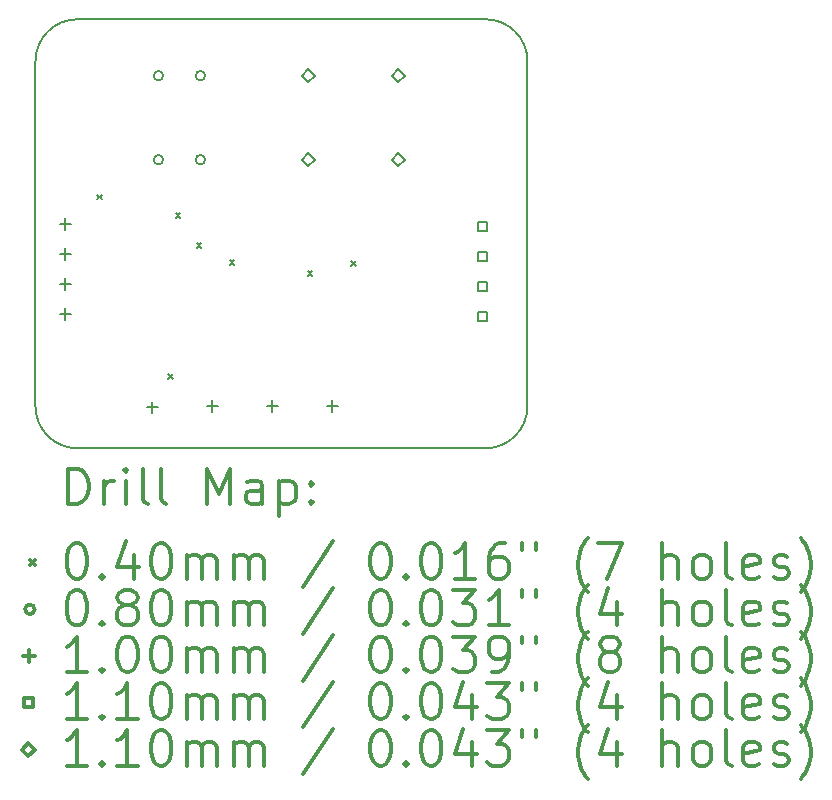
<source format=gbr>
%FSLAX45Y45*%
G04 Gerber Fmt 4.5, Leading zero omitted, Abs format (unit mm)*
G04 Created by KiCad (PCBNEW 5.0.0-fee4fd1~66~ubuntu18.04.1) date Wed Oct 10 23:27:11 2018*
%MOMM*%
%LPD*%
G01*
G04 APERTURE LIST*
%ADD10C,0.150000*%
%ADD11C,0.200000*%
%ADD12C,0.300000*%
G04 APERTURE END LIST*
D10*
X6756400Y-1803400D02*
G75*
G02X7112000Y-2159000I0J-355600D01*
G01*
X2946400Y-2159000D02*
G75*
G02X3302000Y-1803400I355600J0D01*
G01*
X3302000Y-5435600D02*
G75*
G02X2946400Y-5080000I0J355600D01*
G01*
X7112000Y-5080000D02*
G75*
G02X6756400Y-5435600I-355600J0D01*
G01*
X7112000Y-2159000D02*
X7112000Y-5080000D01*
X2946400Y-2159000D02*
X2946400Y-5080000D01*
X3302000Y-5435600D02*
X6756400Y-5435600D01*
X3302000Y-1803400D02*
X6756400Y-1803400D01*
D11*
X3466150Y-3288350D02*
X3506150Y-3328350D01*
X3506150Y-3288350D02*
X3466150Y-3328350D01*
X4069400Y-4806000D02*
X4109400Y-4846000D01*
X4109400Y-4806000D02*
X4069400Y-4846000D01*
X4132900Y-3447100D02*
X4172900Y-3487100D01*
X4172900Y-3447100D02*
X4132900Y-3487100D01*
X4310700Y-3701100D02*
X4350700Y-3741100D01*
X4350700Y-3701100D02*
X4310700Y-3741100D01*
X4590100Y-3840800D02*
X4630100Y-3880800D01*
X4630100Y-3840800D02*
X4590100Y-3880800D01*
X5250500Y-3936050D02*
X5290500Y-3976050D01*
X5290500Y-3936050D02*
X5250500Y-3976050D01*
X5618800Y-3853500D02*
X5658800Y-3893500D01*
X5658800Y-3853500D02*
X5618800Y-3893500D01*
X4027800Y-2281600D02*
G75*
G03X4027800Y-2281600I-40000J0D01*
G01*
X4382800Y-2281600D02*
G75*
G03X4382800Y-2281600I-40000J0D01*
G01*
X4027800Y-2992800D02*
G75*
G03X4027800Y-2992800I-40000J0D01*
G01*
X4382800Y-2992800D02*
G75*
G03X4382800Y-2992800I-40000J0D01*
G01*
X3200400Y-3484240D02*
X3200400Y-3584240D01*
X3150400Y-3534240D02*
X3250400Y-3534240D01*
X3200400Y-3738240D02*
X3200400Y-3838240D01*
X3150400Y-3788240D02*
X3250400Y-3788240D01*
X3200400Y-3992240D02*
X3200400Y-4092240D01*
X3150400Y-4042240D02*
X3250400Y-4042240D01*
X3200400Y-4246240D02*
X3200400Y-4346240D01*
X3150400Y-4296240D02*
X3250400Y-4296240D01*
X4953000Y-5030000D02*
X4953000Y-5130000D01*
X4903000Y-5080000D02*
X5003000Y-5080000D01*
X3937000Y-5039780D02*
X3937000Y-5139780D01*
X3887000Y-5089780D02*
X3987000Y-5089780D01*
X4445000Y-5030000D02*
X4445000Y-5130000D01*
X4395000Y-5080000D02*
X4495000Y-5080000D01*
X5461000Y-5030000D02*
X5461000Y-5130000D01*
X5411000Y-5080000D02*
X5511000Y-5080000D01*
X6769795Y-3594795D02*
X6769795Y-3517205D01*
X6692205Y-3517205D01*
X6692205Y-3594795D01*
X6769795Y-3594795D01*
X6769795Y-3848795D02*
X6769795Y-3771205D01*
X6692205Y-3771205D01*
X6692205Y-3848795D01*
X6769795Y-3848795D01*
X6769795Y-4102795D02*
X6769795Y-4025205D01*
X6692205Y-4025205D01*
X6692205Y-4102795D01*
X6769795Y-4102795D01*
X6769795Y-4356795D02*
X6769795Y-4279205D01*
X6692205Y-4279205D01*
X6692205Y-4356795D01*
X6769795Y-4356795D01*
X5257800Y-2336600D02*
X5312800Y-2281600D01*
X5257800Y-2226600D01*
X5202800Y-2281600D01*
X5257800Y-2336600D01*
X6019800Y-2336600D02*
X6074800Y-2281600D01*
X6019800Y-2226600D01*
X5964800Y-2281600D01*
X6019800Y-2336600D01*
X5257800Y-3047800D02*
X5312800Y-2992800D01*
X5257800Y-2937800D01*
X5202800Y-2992800D01*
X5257800Y-3047800D01*
X6019800Y-3047800D02*
X6074800Y-2992800D01*
X6019800Y-2937800D01*
X5964800Y-2992800D01*
X6019800Y-3047800D01*
D12*
X3225328Y-5908814D02*
X3225328Y-5608814D01*
X3296757Y-5608814D01*
X3339614Y-5623100D01*
X3368186Y-5651671D01*
X3382471Y-5680243D01*
X3396757Y-5737386D01*
X3396757Y-5780243D01*
X3382471Y-5837386D01*
X3368186Y-5865957D01*
X3339614Y-5894529D01*
X3296757Y-5908814D01*
X3225328Y-5908814D01*
X3525328Y-5908814D02*
X3525328Y-5708814D01*
X3525328Y-5765957D02*
X3539614Y-5737386D01*
X3553900Y-5723100D01*
X3582471Y-5708814D01*
X3611043Y-5708814D01*
X3711043Y-5908814D02*
X3711043Y-5708814D01*
X3711043Y-5608814D02*
X3696757Y-5623100D01*
X3711043Y-5637386D01*
X3725328Y-5623100D01*
X3711043Y-5608814D01*
X3711043Y-5637386D01*
X3896757Y-5908814D02*
X3868186Y-5894529D01*
X3853900Y-5865957D01*
X3853900Y-5608814D01*
X4053900Y-5908814D02*
X4025328Y-5894529D01*
X4011043Y-5865957D01*
X4011043Y-5608814D01*
X4396757Y-5908814D02*
X4396757Y-5608814D01*
X4496757Y-5823100D01*
X4596757Y-5608814D01*
X4596757Y-5908814D01*
X4868186Y-5908814D02*
X4868186Y-5751671D01*
X4853900Y-5723100D01*
X4825328Y-5708814D01*
X4768186Y-5708814D01*
X4739614Y-5723100D01*
X4868186Y-5894529D02*
X4839614Y-5908814D01*
X4768186Y-5908814D01*
X4739614Y-5894529D01*
X4725328Y-5865957D01*
X4725328Y-5837386D01*
X4739614Y-5808814D01*
X4768186Y-5794529D01*
X4839614Y-5794529D01*
X4868186Y-5780243D01*
X5011043Y-5708814D02*
X5011043Y-6008814D01*
X5011043Y-5723100D02*
X5039614Y-5708814D01*
X5096757Y-5708814D01*
X5125328Y-5723100D01*
X5139614Y-5737386D01*
X5153900Y-5765957D01*
X5153900Y-5851671D01*
X5139614Y-5880243D01*
X5125328Y-5894529D01*
X5096757Y-5908814D01*
X5039614Y-5908814D01*
X5011043Y-5894529D01*
X5282471Y-5880243D02*
X5296757Y-5894529D01*
X5282471Y-5908814D01*
X5268186Y-5894529D01*
X5282471Y-5880243D01*
X5282471Y-5908814D01*
X5282471Y-5723100D02*
X5296757Y-5737386D01*
X5282471Y-5751671D01*
X5268186Y-5737386D01*
X5282471Y-5723100D01*
X5282471Y-5751671D01*
X2898900Y-6383100D02*
X2938900Y-6423100D01*
X2938900Y-6383100D02*
X2898900Y-6423100D01*
X3282471Y-6238814D02*
X3311043Y-6238814D01*
X3339614Y-6253100D01*
X3353900Y-6267386D01*
X3368186Y-6295957D01*
X3382471Y-6353100D01*
X3382471Y-6424529D01*
X3368186Y-6481671D01*
X3353900Y-6510243D01*
X3339614Y-6524529D01*
X3311043Y-6538814D01*
X3282471Y-6538814D01*
X3253900Y-6524529D01*
X3239614Y-6510243D01*
X3225328Y-6481671D01*
X3211043Y-6424529D01*
X3211043Y-6353100D01*
X3225328Y-6295957D01*
X3239614Y-6267386D01*
X3253900Y-6253100D01*
X3282471Y-6238814D01*
X3511043Y-6510243D02*
X3525328Y-6524529D01*
X3511043Y-6538814D01*
X3496757Y-6524529D01*
X3511043Y-6510243D01*
X3511043Y-6538814D01*
X3782471Y-6338814D02*
X3782471Y-6538814D01*
X3711043Y-6224529D02*
X3639614Y-6438814D01*
X3825328Y-6438814D01*
X3996757Y-6238814D02*
X4025328Y-6238814D01*
X4053900Y-6253100D01*
X4068186Y-6267386D01*
X4082471Y-6295957D01*
X4096757Y-6353100D01*
X4096757Y-6424529D01*
X4082471Y-6481671D01*
X4068186Y-6510243D01*
X4053900Y-6524529D01*
X4025328Y-6538814D01*
X3996757Y-6538814D01*
X3968186Y-6524529D01*
X3953900Y-6510243D01*
X3939614Y-6481671D01*
X3925328Y-6424529D01*
X3925328Y-6353100D01*
X3939614Y-6295957D01*
X3953900Y-6267386D01*
X3968186Y-6253100D01*
X3996757Y-6238814D01*
X4225328Y-6538814D02*
X4225328Y-6338814D01*
X4225328Y-6367386D02*
X4239614Y-6353100D01*
X4268186Y-6338814D01*
X4311043Y-6338814D01*
X4339614Y-6353100D01*
X4353900Y-6381671D01*
X4353900Y-6538814D01*
X4353900Y-6381671D02*
X4368186Y-6353100D01*
X4396757Y-6338814D01*
X4439614Y-6338814D01*
X4468186Y-6353100D01*
X4482471Y-6381671D01*
X4482471Y-6538814D01*
X4625328Y-6538814D02*
X4625328Y-6338814D01*
X4625328Y-6367386D02*
X4639614Y-6353100D01*
X4668186Y-6338814D01*
X4711043Y-6338814D01*
X4739614Y-6353100D01*
X4753900Y-6381671D01*
X4753900Y-6538814D01*
X4753900Y-6381671D02*
X4768186Y-6353100D01*
X4796757Y-6338814D01*
X4839614Y-6338814D01*
X4868186Y-6353100D01*
X4882471Y-6381671D01*
X4882471Y-6538814D01*
X5468186Y-6224529D02*
X5211043Y-6610243D01*
X5853900Y-6238814D02*
X5882471Y-6238814D01*
X5911043Y-6253100D01*
X5925328Y-6267386D01*
X5939614Y-6295957D01*
X5953900Y-6353100D01*
X5953900Y-6424529D01*
X5939614Y-6481671D01*
X5925328Y-6510243D01*
X5911043Y-6524529D01*
X5882471Y-6538814D01*
X5853900Y-6538814D01*
X5825328Y-6524529D01*
X5811043Y-6510243D01*
X5796757Y-6481671D01*
X5782471Y-6424529D01*
X5782471Y-6353100D01*
X5796757Y-6295957D01*
X5811043Y-6267386D01*
X5825328Y-6253100D01*
X5853900Y-6238814D01*
X6082471Y-6510243D02*
X6096757Y-6524529D01*
X6082471Y-6538814D01*
X6068186Y-6524529D01*
X6082471Y-6510243D01*
X6082471Y-6538814D01*
X6282471Y-6238814D02*
X6311043Y-6238814D01*
X6339614Y-6253100D01*
X6353900Y-6267386D01*
X6368186Y-6295957D01*
X6382471Y-6353100D01*
X6382471Y-6424529D01*
X6368186Y-6481671D01*
X6353900Y-6510243D01*
X6339614Y-6524529D01*
X6311043Y-6538814D01*
X6282471Y-6538814D01*
X6253900Y-6524529D01*
X6239614Y-6510243D01*
X6225328Y-6481671D01*
X6211043Y-6424529D01*
X6211043Y-6353100D01*
X6225328Y-6295957D01*
X6239614Y-6267386D01*
X6253900Y-6253100D01*
X6282471Y-6238814D01*
X6668186Y-6538814D02*
X6496757Y-6538814D01*
X6582471Y-6538814D02*
X6582471Y-6238814D01*
X6553900Y-6281671D01*
X6525328Y-6310243D01*
X6496757Y-6324529D01*
X6925328Y-6238814D02*
X6868186Y-6238814D01*
X6839614Y-6253100D01*
X6825328Y-6267386D01*
X6796757Y-6310243D01*
X6782471Y-6367386D01*
X6782471Y-6481671D01*
X6796757Y-6510243D01*
X6811043Y-6524529D01*
X6839614Y-6538814D01*
X6896757Y-6538814D01*
X6925328Y-6524529D01*
X6939614Y-6510243D01*
X6953900Y-6481671D01*
X6953900Y-6410243D01*
X6939614Y-6381671D01*
X6925328Y-6367386D01*
X6896757Y-6353100D01*
X6839614Y-6353100D01*
X6811043Y-6367386D01*
X6796757Y-6381671D01*
X6782471Y-6410243D01*
X7068186Y-6238814D02*
X7068186Y-6295957D01*
X7182471Y-6238814D02*
X7182471Y-6295957D01*
X7625328Y-6653100D02*
X7611043Y-6638814D01*
X7582471Y-6595957D01*
X7568186Y-6567386D01*
X7553900Y-6524529D01*
X7539614Y-6453100D01*
X7539614Y-6395957D01*
X7553900Y-6324529D01*
X7568186Y-6281671D01*
X7582471Y-6253100D01*
X7611043Y-6210243D01*
X7625328Y-6195957D01*
X7711043Y-6238814D02*
X7911043Y-6238814D01*
X7782471Y-6538814D01*
X8253900Y-6538814D02*
X8253900Y-6238814D01*
X8382471Y-6538814D02*
X8382471Y-6381671D01*
X8368186Y-6353100D01*
X8339614Y-6338814D01*
X8296757Y-6338814D01*
X8268186Y-6353100D01*
X8253900Y-6367386D01*
X8568186Y-6538814D02*
X8539614Y-6524529D01*
X8525328Y-6510243D01*
X8511043Y-6481671D01*
X8511043Y-6395957D01*
X8525328Y-6367386D01*
X8539614Y-6353100D01*
X8568186Y-6338814D01*
X8611043Y-6338814D01*
X8639614Y-6353100D01*
X8653900Y-6367386D01*
X8668186Y-6395957D01*
X8668186Y-6481671D01*
X8653900Y-6510243D01*
X8639614Y-6524529D01*
X8611043Y-6538814D01*
X8568186Y-6538814D01*
X8839614Y-6538814D02*
X8811043Y-6524529D01*
X8796757Y-6495957D01*
X8796757Y-6238814D01*
X9068186Y-6524529D02*
X9039614Y-6538814D01*
X8982471Y-6538814D01*
X8953900Y-6524529D01*
X8939614Y-6495957D01*
X8939614Y-6381671D01*
X8953900Y-6353100D01*
X8982471Y-6338814D01*
X9039614Y-6338814D01*
X9068186Y-6353100D01*
X9082471Y-6381671D01*
X9082471Y-6410243D01*
X8939614Y-6438814D01*
X9196757Y-6524529D02*
X9225328Y-6538814D01*
X9282471Y-6538814D01*
X9311043Y-6524529D01*
X9325328Y-6495957D01*
X9325328Y-6481671D01*
X9311043Y-6453100D01*
X9282471Y-6438814D01*
X9239614Y-6438814D01*
X9211043Y-6424529D01*
X9196757Y-6395957D01*
X9196757Y-6381671D01*
X9211043Y-6353100D01*
X9239614Y-6338814D01*
X9282471Y-6338814D01*
X9311043Y-6353100D01*
X9425328Y-6653100D02*
X9439614Y-6638814D01*
X9468186Y-6595957D01*
X9482471Y-6567386D01*
X9496757Y-6524529D01*
X9511043Y-6453100D01*
X9511043Y-6395957D01*
X9496757Y-6324529D01*
X9482471Y-6281671D01*
X9468186Y-6253100D01*
X9439614Y-6210243D01*
X9425328Y-6195957D01*
X2938900Y-6799100D02*
G75*
G03X2938900Y-6799100I-40000J0D01*
G01*
X3282471Y-6634814D02*
X3311043Y-6634814D01*
X3339614Y-6649100D01*
X3353900Y-6663386D01*
X3368186Y-6691957D01*
X3382471Y-6749100D01*
X3382471Y-6820529D01*
X3368186Y-6877671D01*
X3353900Y-6906243D01*
X3339614Y-6920529D01*
X3311043Y-6934814D01*
X3282471Y-6934814D01*
X3253900Y-6920529D01*
X3239614Y-6906243D01*
X3225328Y-6877671D01*
X3211043Y-6820529D01*
X3211043Y-6749100D01*
X3225328Y-6691957D01*
X3239614Y-6663386D01*
X3253900Y-6649100D01*
X3282471Y-6634814D01*
X3511043Y-6906243D02*
X3525328Y-6920529D01*
X3511043Y-6934814D01*
X3496757Y-6920529D01*
X3511043Y-6906243D01*
X3511043Y-6934814D01*
X3696757Y-6763386D02*
X3668186Y-6749100D01*
X3653900Y-6734814D01*
X3639614Y-6706243D01*
X3639614Y-6691957D01*
X3653900Y-6663386D01*
X3668186Y-6649100D01*
X3696757Y-6634814D01*
X3753900Y-6634814D01*
X3782471Y-6649100D01*
X3796757Y-6663386D01*
X3811043Y-6691957D01*
X3811043Y-6706243D01*
X3796757Y-6734814D01*
X3782471Y-6749100D01*
X3753900Y-6763386D01*
X3696757Y-6763386D01*
X3668186Y-6777671D01*
X3653900Y-6791957D01*
X3639614Y-6820529D01*
X3639614Y-6877671D01*
X3653900Y-6906243D01*
X3668186Y-6920529D01*
X3696757Y-6934814D01*
X3753900Y-6934814D01*
X3782471Y-6920529D01*
X3796757Y-6906243D01*
X3811043Y-6877671D01*
X3811043Y-6820529D01*
X3796757Y-6791957D01*
X3782471Y-6777671D01*
X3753900Y-6763386D01*
X3996757Y-6634814D02*
X4025328Y-6634814D01*
X4053900Y-6649100D01*
X4068186Y-6663386D01*
X4082471Y-6691957D01*
X4096757Y-6749100D01*
X4096757Y-6820529D01*
X4082471Y-6877671D01*
X4068186Y-6906243D01*
X4053900Y-6920529D01*
X4025328Y-6934814D01*
X3996757Y-6934814D01*
X3968186Y-6920529D01*
X3953900Y-6906243D01*
X3939614Y-6877671D01*
X3925328Y-6820529D01*
X3925328Y-6749100D01*
X3939614Y-6691957D01*
X3953900Y-6663386D01*
X3968186Y-6649100D01*
X3996757Y-6634814D01*
X4225328Y-6934814D02*
X4225328Y-6734814D01*
X4225328Y-6763386D02*
X4239614Y-6749100D01*
X4268186Y-6734814D01*
X4311043Y-6734814D01*
X4339614Y-6749100D01*
X4353900Y-6777671D01*
X4353900Y-6934814D01*
X4353900Y-6777671D02*
X4368186Y-6749100D01*
X4396757Y-6734814D01*
X4439614Y-6734814D01*
X4468186Y-6749100D01*
X4482471Y-6777671D01*
X4482471Y-6934814D01*
X4625328Y-6934814D02*
X4625328Y-6734814D01*
X4625328Y-6763386D02*
X4639614Y-6749100D01*
X4668186Y-6734814D01*
X4711043Y-6734814D01*
X4739614Y-6749100D01*
X4753900Y-6777671D01*
X4753900Y-6934814D01*
X4753900Y-6777671D02*
X4768186Y-6749100D01*
X4796757Y-6734814D01*
X4839614Y-6734814D01*
X4868186Y-6749100D01*
X4882471Y-6777671D01*
X4882471Y-6934814D01*
X5468186Y-6620529D02*
X5211043Y-7006243D01*
X5853900Y-6634814D02*
X5882471Y-6634814D01*
X5911043Y-6649100D01*
X5925328Y-6663386D01*
X5939614Y-6691957D01*
X5953900Y-6749100D01*
X5953900Y-6820529D01*
X5939614Y-6877671D01*
X5925328Y-6906243D01*
X5911043Y-6920529D01*
X5882471Y-6934814D01*
X5853900Y-6934814D01*
X5825328Y-6920529D01*
X5811043Y-6906243D01*
X5796757Y-6877671D01*
X5782471Y-6820529D01*
X5782471Y-6749100D01*
X5796757Y-6691957D01*
X5811043Y-6663386D01*
X5825328Y-6649100D01*
X5853900Y-6634814D01*
X6082471Y-6906243D02*
X6096757Y-6920529D01*
X6082471Y-6934814D01*
X6068186Y-6920529D01*
X6082471Y-6906243D01*
X6082471Y-6934814D01*
X6282471Y-6634814D02*
X6311043Y-6634814D01*
X6339614Y-6649100D01*
X6353900Y-6663386D01*
X6368186Y-6691957D01*
X6382471Y-6749100D01*
X6382471Y-6820529D01*
X6368186Y-6877671D01*
X6353900Y-6906243D01*
X6339614Y-6920529D01*
X6311043Y-6934814D01*
X6282471Y-6934814D01*
X6253900Y-6920529D01*
X6239614Y-6906243D01*
X6225328Y-6877671D01*
X6211043Y-6820529D01*
X6211043Y-6749100D01*
X6225328Y-6691957D01*
X6239614Y-6663386D01*
X6253900Y-6649100D01*
X6282471Y-6634814D01*
X6482471Y-6634814D02*
X6668186Y-6634814D01*
X6568186Y-6749100D01*
X6611043Y-6749100D01*
X6639614Y-6763386D01*
X6653900Y-6777671D01*
X6668186Y-6806243D01*
X6668186Y-6877671D01*
X6653900Y-6906243D01*
X6639614Y-6920529D01*
X6611043Y-6934814D01*
X6525328Y-6934814D01*
X6496757Y-6920529D01*
X6482471Y-6906243D01*
X6953900Y-6934814D02*
X6782471Y-6934814D01*
X6868186Y-6934814D02*
X6868186Y-6634814D01*
X6839614Y-6677671D01*
X6811043Y-6706243D01*
X6782471Y-6720529D01*
X7068186Y-6634814D02*
X7068186Y-6691957D01*
X7182471Y-6634814D02*
X7182471Y-6691957D01*
X7625328Y-7049100D02*
X7611043Y-7034814D01*
X7582471Y-6991957D01*
X7568186Y-6963386D01*
X7553900Y-6920529D01*
X7539614Y-6849100D01*
X7539614Y-6791957D01*
X7553900Y-6720529D01*
X7568186Y-6677671D01*
X7582471Y-6649100D01*
X7611043Y-6606243D01*
X7625328Y-6591957D01*
X7868186Y-6734814D02*
X7868186Y-6934814D01*
X7796757Y-6620529D02*
X7725328Y-6834814D01*
X7911043Y-6834814D01*
X8253900Y-6934814D02*
X8253900Y-6634814D01*
X8382471Y-6934814D02*
X8382471Y-6777671D01*
X8368186Y-6749100D01*
X8339614Y-6734814D01*
X8296757Y-6734814D01*
X8268186Y-6749100D01*
X8253900Y-6763386D01*
X8568186Y-6934814D02*
X8539614Y-6920529D01*
X8525328Y-6906243D01*
X8511043Y-6877671D01*
X8511043Y-6791957D01*
X8525328Y-6763386D01*
X8539614Y-6749100D01*
X8568186Y-6734814D01*
X8611043Y-6734814D01*
X8639614Y-6749100D01*
X8653900Y-6763386D01*
X8668186Y-6791957D01*
X8668186Y-6877671D01*
X8653900Y-6906243D01*
X8639614Y-6920529D01*
X8611043Y-6934814D01*
X8568186Y-6934814D01*
X8839614Y-6934814D02*
X8811043Y-6920529D01*
X8796757Y-6891957D01*
X8796757Y-6634814D01*
X9068186Y-6920529D02*
X9039614Y-6934814D01*
X8982471Y-6934814D01*
X8953900Y-6920529D01*
X8939614Y-6891957D01*
X8939614Y-6777671D01*
X8953900Y-6749100D01*
X8982471Y-6734814D01*
X9039614Y-6734814D01*
X9068186Y-6749100D01*
X9082471Y-6777671D01*
X9082471Y-6806243D01*
X8939614Y-6834814D01*
X9196757Y-6920529D02*
X9225328Y-6934814D01*
X9282471Y-6934814D01*
X9311043Y-6920529D01*
X9325328Y-6891957D01*
X9325328Y-6877671D01*
X9311043Y-6849100D01*
X9282471Y-6834814D01*
X9239614Y-6834814D01*
X9211043Y-6820529D01*
X9196757Y-6791957D01*
X9196757Y-6777671D01*
X9211043Y-6749100D01*
X9239614Y-6734814D01*
X9282471Y-6734814D01*
X9311043Y-6749100D01*
X9425328Y-7049100D02*
X9439614Y-7034814D01*
X9468186Y-6991957D01*
X9482471Y-6963386D01*
X9496757Y-6920529D01*
X9511043Y-6849100D01*
X9511043Y-6791957D01*
X9496757Y-6720529D01*
X9482471Y-6677671D01*
X9468186Y-6649100D01*
X9439614Y-6606243D01*
X9425328Y-6591957D01*
X2888900Y-7145100D02*
X2888900Y-7245100D01*
X2838900Y-7195100D02*
X2938900Y-7195100D01*
X3382471Y-7330814D02*
X3211043Y-7330814D01*
X3296757Y-7330814D02*
X3296757Y-7030814D01*
X3268186Y-7073671D01*
X3239614Y-7102243D01*
X3211043Y-7116529D01*
X3511043Y-7302243D02*
X3525328Y-7316529D01*
X3511043Y-7330814D01*
X3496757Y-7316529D01*
X3511043Y-7302243D01*
X3511043Y-7330814D01*
X3711043Y-7030814D02*
X3739614Y-7030814D01*
X3768186Y-7045100D01*
X3782471Y-7059386D01*
X3796757Y-7087957D01*
X3811043Y-7145100D01*
X3811043Y-7216529D01*
X3796757Y-7273671D01*
X3782471Y-7302243D01*
X3768186Y-7316529D01*
X3739614Y-7330814D01*
X3711043Y-7330814D01*
X3682471Y-7316529D01*
X3668186Y-7302243D01*
X3653900Y-7273671D01*
X3639614Y-7216529D01*
X3639614Y-7145100D01*
X3653900Y-7087957D01*
X3668186Y-7059386D01*
X3682471Y-7045100D01*
X3711043Y-7030814D01*
X3996757Y-7030814D02*
X4025328Y-7030814D01*
X4053900Y-7045100D01*
X4068186Y-7059386D01*
X4082471Y-7087957D01*
X4096757Y-7145100D01*
X4096757Y-7216529D01*
X4082471Y-7273671D01*
X4068186Y-7302243D01*
X4053900Y-7316529D01*
X4025328Y-7330814D01*
X3996757Y-7330814D01*
X3968186Y-7316529D01*
X3953900Y-7302243D01*
X3939614Y-7273671D01*
X3925328Y-7216529D01*
X3925328Y-7145100D01*
X3939614Y-7087957D01*
X3953900Y-7059386D01*
X3968186Y-7045100D01*
X3996757Y-7030814D01*
X4225328Y-7330814D02*
X4225328Y-7130814D01*
X4225328Y-7159386D02*
X4239614Y-7145100D01*
X4268186Y-7130814D01*
X4311043Y-7130814D01*
X4339614Y-7145100D01*
X4353900Y-7173671D01*
X4353900Y-7330814D01*
X4353900Y-7173671D02*
X4368186Y-7145100D01*
X4396757Y-7130814D01*
X4439614Y-7130814D01*
X4468186Y-7145100D01*
X4482471Y-7173671D01*
X4482471Y-7330814D01*
X4625328Y-7330814D02*
X4625328Y-7130814D01*
X4625328Y-7159386D02*
X4639614Y-7145100D01*
X4668186Y-7130814D01*
X4711043Y-7130814D01*
X4739614Y-7145100D01*
X4753900Y-7173671D01*
X4753900Y-7330814D01*
X4753900Y-7173671D02*
X4768186Y-7145100D01*
X4796757Y-7130814D01*
X4839614Y-7130814D01*
X4868186Y-7145100D01*
X4882471Y-7173671D01*
X4882471Y-7330814D01*
X5468186Y-7016529D02*
X5211043Y-7402243D01*
X5853900Y-7030814D02*
X5882471Y-7030814D01*
X5911043Y-7045100D01*
X5925328Y-7059386D01*
X5939614Y-7087957D01*
X5953900Y-7145100D01*
X5953900Y-7216529D01*
X5939614Y-7273671D01*
X5925328Y-7302243D01*
X5911043Y-7316529D01*
X5882471Y-7330814D01*
X5853900Y-7330814D01*
X5825328Y-7316529D01*
X5811043Y-7302243D01*
X5796757Y-7273671D01*
X5782471Y-7216529D01*
X5782471Y-7145100D01*
X5796757Y-7087957D01*
X5811043Y-7059386D01*
X5825328Y-7045100D01*
X5853900Y-7030814D01*
X6082471Y-7302243D02*
X6096757Y-7316529D01*
X6082471Y-7330814D01*
X6068186Y-7316529D01*
X6082471Y-7302243D01*
X6082471Y-7330814D01*
X6282471Y-7030814D02*
X6311043Y-7030814D01*
X6339614Y-7045100D01*
X6353900Y-7059386D01*
X6368186Y-7087957D01*
X6382471Y-7145100D01*
X6382471Y-7216529D01*
X6368186Y-7273671D01*
X6353900Y-7302243D01*
X6339614Y-7316529D01*
X6311043Y-7330814D01*
X6282471Y-7330814D01*
X6253900Y-7316529D01*
X6239614Y-7302243D01*
X6225328Y-7273671D01*
X6211043Y-7216529D01*
X6211043Y-7145100D01*
X6225328Y-7087957D01*
X6239614Y-7059386D01*
X6253900Y-7045100D01*
X6282471Y-7030814D01*
X6482471Y-7030814D02*
X6668186Y-7030814D01*
X6568186Y-7145100D01*
X6611043Y-7145100D01*
X6639614Y-7159386D01*
X6653900Y-7173671D01*
X6668186Y-7202243D01*
X6668186Y-7273671D01*
X6653900Y-7302243D01*
X6639614Y-7316529D01*
X6611043Y-7330814D01*
X6525328Y-7330814D01*
X6496757Y-7316529D01*
X6482471Y-7302243D01*
X6811043Y-7330814D02*
X6868186Y-7330814D01*
X6896757Y-7316529D01*
X6911043Y-7302243D01*
X6939614Y-7259386D01*
X6953900Y-7202243D01*
X6953900Y-7087957D01*
X6939614Y-7059386D01*
X6925328Y-7045100D01*
X6896757Y-7030814D01*
X6839614Y-7030814D01*
X6811043Y-7045100D01*
X6796757Y-7059386D01*
X6782471Y-7087957D01*
X6782471Y-7159386D01*
X6796757Y-7187957D01*
X6811043Y-7202243D01*
X6839614Y-7216529D01*
X6896757Y-7216529D01*
X6925328Y-7202243D01*
X6939614Y-7187957D01*
X6953900Y-7159386D01*
X7068186Y-7030814D02*
X7068186Y-7087957D01*
X7182471Y-7030814D02*
X7182471Y-7087957D01*
X7625328Y-7445100D02*
X7611043Y-7430814D01*
X7582471Y-7387957D01*
X7568186Y-7359386D01*
X7553900Y-7316529D01*
X7539614Y-7245100D01*
X7539614Y-7187957D01*
X7553900Y-7116529D01*
X7568186Y-7073671D01*
X7582471Y-7045100D01*
X7611043Y-7002243D01*
X7625328Y-6987957D01*
X7782471Y-7159386D02*
X7753900Y-7145100D01*
X7739614Y-7130814D01*
X7725328Y-7102243D01*
X7725328Y-7087957D01*
X7739614Y-7059386D01*
X7753900Y-7045100D01*
X7782471Y-7030814D01*
X7839614Y-7030814D01*
X7868186Y-7045100D01*
X7882471Y-7059386D01*
X7896757Y-7087957D01*
X7896757Y-7102243D01*
X7882471Y-7130814D01*
X7868186Y-7145100D01*
X7839614Y-7159386D01*
X7782471Y-7159386D01*
X7753900Y-7173671D01*
X7739614Y-7187957D01*
X7725328Y-7216529D01*
X7725328Y-7273671D01*
X7739614Y-7302243D01*
X7753900Y-7316529D01*
X7782471Y-7330814D01*
X7839614Y-7330814D01*
X7868186Y-7316529D01*
X7882471Y-7302243D01*
X7896757Y-7273671D01*
X7896757Y-7216529D01*
X7882471Y-7187957D01*
X7868186Y-7173671D01*
X7839614Y-7159386D01*
X8253900Y-7330814D02*
X8253900Y-7030814D01*
X8382471Y-7330814D02*
X8382471Y-7173671D01*
X8368186Y-7145100D01*
X8339614Y-7130814D01*
X8296757Y-7130814D01*
X8268186Y-7145100D01*
X8253900Y-7159386D01*
X8568186Y-7330814D02*
X8539614Y-7316529D01*
X8525328Y-7302243D01*
X8511043Y-7273671D01*
X8511043Y-7187957D01*
X8525328Y-7159386D01*
X8539614Y-7145100D01*
X8568186Y-7130814D01*
X8611043Y-7130814D01*
X8639614Y-7145100D01*
X8653900Y-7159386D01*
X8668186Y-7187957D01*
X8668186Y-7273671D01*
X8653900Y-7302243D01*
X8639614Y-7316529D01*
X8611043Y-7330814D01*
X8568186Y-7330814D01*
X8839614Y-7330814D02*
X8811043Y-7316529D01*
X8796757Y-7287957D01*
X8796757Y-7030814D01*
X9068186Y-7316529D02*
X9039614Y-7330814D01*
X8982471Y-7330814D01*
X8953900Y-7316529D01*
X8939614Y-7287957D01*
X8939614Y-7173671D01*
X8953900Y-7145100D01*
X8982471Y-7130814D01*
X9039614Y-7130814D01*
X9068186Y-7145100D01*
X9082471Y-7173671D01*
X9082471Y-7202243D01*
X8939614Y-7230814D01*
X9196757Y-7316529D02*
X9225328Y-7330814D01*
X9282471Y-7330814D01*
X9311043Y-7316529D01*
X9325328Y-7287957D01*
X9325328Y-7273671D01*
X9311043Y-7245100D01*
X9282471Y-7230814D01*
X9239614Y-7230814D01*
X9211043Y-7216529D01*
X9196757Y-7187957D01*
X9196757Y-7173671D01*
X9211043Y-7145100D01*
X9239614Y-7130814D01*
X9282471Y-7130814D01*
X9311043Y-7145100D01*
X9425328Y-7445100D02*
X9439614Y-7430814D01*
X9468186Y-7387957D01*
X9482471Y-7359386D01*
X9496757Y-7316529D01*
X9511043Y-7245100D01*
X9511043Y-7187957D01*
X9496757Y-7116529D01*
X9482471Y-7073671D01*
X9468186Y-7045100D01*
X9439614Y-7002243D01*
X9425328Y-6987957D01*
X2922831Y-7629895D02*
X2922831Y-7552305D01*
X2845241Y-7552305D01*
X2845241Y-7629895D01*
X2922831Y-7629895D01*
X3382471Y-7726814D02*
X3211043Y-7726814D01*
X3296757Y-7726814D02*
X3296757Y-7426814D01*
X3268186Y-7469671D01*
X3239614Y-7498243D01*
X3211043Y-7512529D01*
X3511043Y-7698243D02*
X3525328Y-7712529D01*
X3511043Y-7726814D01*
X3496757Y-7712529D01*
X3511043Y-7698243D01*
X3511043Y-7726814D01*
X3811043Y-7726814D02*
X3639614Y-7726814D01*
X3725328Y-7726814D02*
X3725328Y-7426814D01*
X3696757Y-7469671D01*
X3668186Y-7498243D01*
X3639614Y-7512529D01*
X3996757Y-7426814D02*
X4025328Y-7426814D01*
X4053900Y-7441100D01*
X4068186Y-7455386D01*
X4082471Y-7483957D01*
X4096757Y-7541100D01*
X4096757Y-7612529D01*
X4082471Y-7669671D01*
X4068186Y-7698243D01*
X4053900Y-7712529D01*
X4025328Y-7726814D01*
X3996757Y-7726814D01*
X3968186Y-7712529D01*
X3953900Y-7698243D01*
X3939614Y-7669671D01*
X3925328Y-7612529D01*
X3925328Y-7541100D01*
X3939614Y-7483957D01*
X3953900Y-7455386D01*
X3968186Y-7441100D01*
X3996757Y-7426814D01*
X4225328Y-7726814D02*
X4225328Y-7526814D01*
X4225328Y-7555386D02*
X4239614Y-7541100D01*
X4268186Y-7526814D01*
X4311043Y-7526814D01*
X4339614Y-7541100D01*
X4353900Y-7569671D01*
X4353900Y-7726814D01*
X4353900Y-7569671D02*
X4368186Y-7541100D01*
X4396757Y-7526814D01*
X4439614Y-7526814D01*
X4468186Y-7541100D01*
X4482471Y-7569671D01*
X4482471Y-7726814D01*
X4625328Y-7726814D02*
X4625328Y-7526814D01*
X4625328Y-7555386D02*
X4639614Y-7541100D01*
X4668186Y-7526814D01*
X4711043Y-7526814D01*
X4739614Y-7541100D01*
X4753900Y-7569671D01*
X4753900Y-7726814D01*
X4753900Y-7569671D02*
X4768186Y-7541100D01*
X4796757Y-7526814D01*
X4839614Y-7526814D01*
X4868186Y-7541100D01*
X4882471Y-7569671D01*
X4882471Y-7726814D01*
X5468186Y-7412529D02*
X5211043Y-7798243D01*
X5853900Y-7426814D02*
X5882471Y-7426814D01*
X5911043Y-7441100D01*
X5925328Y-7455386D01*
X5939614Y-7483957D01*
X5953900Y-7541100D01*
X5953900Y-7612529D01*
X5939614Y-7669671D01*
X5925328Y-7698243D01*
X5911043Y-7712529D01*
X5882471Y-7726814D01*
X5853900Y-7726814D01*
X5825328Y-7712529D01*
X5811043Y-7698243D01*
X5796757Y-7669671D01*
X5782471Y-7612529D01*
X5782471Y-7541100D01*
X5796757Y-7483957D01*
X5811043Y-7455386D01*
X5825328Y-7441100D01*
X5853900Y-7426814D01*
X6082471Y-7698243D02*
X6096757Y-7712529D01*
X6082471Y-7726814D01*
X6068186Y-7712529D01*
X6082471Y-7698243D01*
X6082471Y-7726814D01*
X6282471Y-7426814D02*
X6311043Y-7426814D01*
X6339614Y-7441100D01*
X6353900Y-7455386D01*
X6368186Y-7483957D01*
X6382471Y-7541100D01*
X6382471Y-7612529D01*
X6368186Y-7669671D01*
X6353900Y-7698243D01*
X6339614Y-7712529D01*
X6311043Y-7726814D01*
X6282471Y-7726814D01*
X6253900Y-7712529D01*
X6239614Y-7698243D01*
X6225328Y-7669671D01*
X6211043Y-7612529D01*
X6211043Y-7541100D01*
X6225328Y-7483957D01*
X6239614Y-7455386D01*
X6253900Y-7441100D01*
X6282471Y-7426814D01*
X6639614Y-7526814D02*
X6639614Y-7726814D01*
X6568186Y-7412529D02*
X6496757Y-7626814D01*
X6682471Y-7626814D01*
X6768186Y-7426814D02*
X6953900Y-7426814D01*
X6853900Y-7541100D01*
X6896757Y-7541100D01*
X6925328Y-7555386D01*
X6939614Y-7569671D01*
X6953900Y-7598243D01*
X6953900Y-7669671D01*
X6939614Y-7698243D01*
X6925328Y-7712529D01*
X6896757Y-7726814D01*
X6811043Y-7726814D01*
X6782471Y-7712529D01*
X6768186Y-7698243D01*
X7068186Y-7426814D02*
X7068186Y-7483957D01*
X7182471Y-7426814D02*
X7182471Y-7483957D01*
X7625328Y-7841100D02*
X7611043Y-7826814D01*
X7582471Y-7783957D01*
X7568186Y-7755386D01*
X7553900Y-7712529D01*
X7539614Y-7641100D01*
X7539614Y-7583957D01*
X7553900Y-7512529D01*
X7568186Y-7469671D01*
X7582471Y-7441100D01*
X7611043Y-7398243D01*
X7625328Y-7383957D01*
X7868186Y-7526814D02*
X7868186Y-7726814D01*
X7796757Y-7412529D02*
X7725328Y-7626814D01*
X7911043Y-7626814D01*
X8253900Y-7726814D02*
X8253900Y-7426814D01*
X8382471Y-7726814D02*
X8382471Y-7569671D01*
X8368186Y-7541100D01*
X8339614Y-7526814D01*
X8296757Y-7526814D01*
X8268186Y-7541100D01*
X8253900Y-7555386D01*
X8568186Y-7726814D02*
X8539614Y-7712529D01*
X8525328Y-7698243D01*
X8511043Y-7669671D01*
X8511043Y-7583957D01*
X8525328Y-7555386D01*
X8539614Y-7541100D01*
X8568186Y-7526814D01*
X8611043Y-7526814D01*
X8639614Y-7541100D01*
X8653900Y-7555386D01*
X8668186Y-7583957D01*
X8668186Y-7669671D01*
X8653900Y-7698243D01*
X8639614Y-7712529D01*
X8611043Y-7726814D01*
X8568186Y-7726814D01*
X8839614Y-7726814D02*
X8811043Y-7712529D01*
X8796757Y-7683957D01*
X8796757Y-7426814D01*
X9068186Y-7712529D02*
X9039614Y-7726814D01*
X8982471Y-7726814D01*
X8953900Y-7712529D01*
X8939614Y-7683957D01*
X8939614Y-7569671D01*
X8953900Y-7541100D01*
X8982471Y-7526814D01*
X9039614Y-7526814D01*
X9068186Y-7541100D01*
X9082471Y-7569671D01*
X9082471Y-7598243D01*
X8939614Y-7626814D01*
X9196757Y-7712529D02*
X9225328Y-7726814D01*
X9282471Y-7726814D01*
X9311043Y-7712529D01*
X9325328Y-7683957D01*
X9325328Y-7669671D01*
X9311043Y-7641100D01*
X9282471Y-7626814D01*
X9239614Y-7626814D01*
X9211043Y-7612529D01*
X9196757Y-7583957D01*
X9196757Y-7569671D01*
X9211043Y-7541100D01*
X9239614Y-7526814D01*
X9282471Y-7526814D01*
X9311043Y-7541100D01*
X9425328Y-7841100D02*
X9439614Y-7826814D01*
X9468186Y-7783957D01*
X9482471Y-7755386D01*
X9496757Y-7712529D01*
X9511043Y-7641100D01*
X9511043Y-7583957D01*
X9496757Y-7512529D01*
X9482471Y-7469671D01*
X9468186Y-7441100D01*
X9439614Y-7398243D01*
X9425328Y-7383957D01*
X2883900Y-8042100D02*
X2938900Y-7987100D01*
X2883900Y-7932100D01*
X2828900Y-7987100D01*
X2883900Y-8042100D01*
X3382471Y-8122814D02*
X3211043Y-8122814D01*
X3296757Y-8122814D02*
X3296757Y-7822814D01*
X3268186Y-7865671D01*
X3239614Y-7894243D01*
X3211043Y-7908529D01*
X3511043Y-8094243D02*
X3525328Y-8108529D01*
X3511043Y-8122814D01*
X3496757Y-8108529D01*
X3511043Y-8094243D01*
X3511043Y-8122814D01*
X3811043Y-8122814D02*
X3639614Y-8122814D01*
X3725328Y-8122814D02*
X3725328Y-7822814D01*
X3696757Y-7865671D01*
X3668186Y-7894243D01*
X3639614Y-7908529D01*
X3996757Y-7822814D02*
X4025328Y-7822814D01*
X4053900Y-7837100D01*
X4068186Y-7851386D01*
X4082471Y-7879957D01*
X4096757Y-7937100D01*
X4096757Y-8008529D01*
X4082471Y-8065671D01*
X4068186Y-8094243D01*
X4053900Y-8108529D01*
X4025328Y-8122814D01*
X3996757Y-8122814D01*
X3968186Y-8108529D01*
X3953900Y-8094243D01*
X3939614Y-8065671D01*
X3925328Y-8008529D01*
X3925328Y-7937100D01*
X3939614Y-7879957D01*
X3953900Y-7851386D01*
X3968186Y-7837100D01*
X3996757Y-7822814D01*
X4225328Y-8122814D02*
X4225328Y-7922814D01*
X4225328Y-7951386D02*
X4239614Y-7937100D01*
X4268186Y-7922814D01*
X4311043Y-7922814D01*
X4339614Y-7937100D01*
X4353900Y-7965671D01*
X4353900Y-8122814D01*
X4353900Y-7965671D02*
X4368186Y-7937100D01*
X4396757Y-7922814D01*
X4439614Y-7922814D01*
X4468186Y-7937100D01*
X4482471Y-7965671D01*
X4482471Y-8122814D01*
X4625328Y-8122814D02*
X4625328Y-7922814D01*
X4625328Y-7951386D02*
X4639614Y-7937100D01*
X4668186Y-7922814D01*
X4711043Y-7922814D01*
X4739614Y-7937100D01*
X4753900Y-7965671D01*
X4753900Y-8122814D01*
X4753900Y-7965671D02*
X4768186Y-7937100D01*
X4796757Y-7922814D01*
X4839614Y-7922814D01*
X4868186Y-7937100D01*
X4882471Y-7965671D01*
X4882471Y-8122814D01*
X5468186Y-7808529D02*
X5211043Y-8194243D01*
X5853900Y-7822814D02*
X5882471Y-7822814D01*
X5911043Y-7837100D01*
X5925328Y-7851386D01*
X5939614Y-7879957D01*
X5953900Y-7937100D01*
X5953900Y-8008529D01*
X5939614Y-8065671D01*
X5925328Y-8094243D01*
X5911043Y-8108529D01*
X5882471Y-8122814D01*
X5853900Y-8122814D01*
X5825328Y-8108529D01*
X5811043Y-8094243D01*
X5796757Y-8065671D01*
X5782471Y-8008529D01*
X5782471Y-7937100D01*
X5796757Y-7879957D01*
X5811043Y-7851386D01*
X5825328Y-7837100D01*
X5853900Y-7822814D01*
X6082471Y-8094243D02*
X6096757Y-8108529D01*
X6082471Y-8122814D01*
X6068186Y-8108529D01*
X6082471Y-8094243D01*
X6082471Y-8122814D01*
X6282471Y-7822814D02*
X6311043Y-7822814D01*
X6339614Y-7837100D01*
X6353900Y-7851386D01*
X6368186Y-7879957D01*
X6382471Y-7937100D01*
X6382471Y-8008529D01*
X6368186Y-8065671D01*
X6353900Y-8094243D01*
X6339614Y-8108529D01*
X6311043Y-8122814D01*
X6282471Y-8122814D01*
X6253900Y-8108529D01*
X6239614Y-8094243D01*
X6225328Y-8065671D01*
X6211043Y-8008529D01*
X6211043Y-7937100D01*
X6225328Y-7879957D01*
X6239614Y-7851386D01*
X6253900Y-7837100D01*
X6282471Y-7822814D01*
X6639614Y-7922814D02*
X6639614Y-8122814D01*
X6568186Y-7808529D02*
X6496757Y-8022814D01*
X6682471Y-8022814D01*
X6768186Y-7822814D02*
X6953900Y-7822814D01*
X6853900Y-7937100D01*
X6896757Y-7937100D01*
X6925328Y-7951386D01*
X6939614Y-7965671D01*
X6953900Y-7994243D01*
X6953900Y-8065671D01*
X6939614Y-8094243D01*
X6925328Y-8108529D01*
X6896757Y-8122814D01*
X6811043Y-8122814D01*
X6782471Y-8108529D01*
X6768186Y-8094243D01*
X7068186Y-7822814D02*
X7068186Y-7879957D01*
X7182471Y-7822814D02*
X7182471Y-7879957D01*
X7625328Y-8237100D02*
X7611043Y-8222814D01*
X7582471Y-8179957D01*
X7568186Y-8151386D01*
X7553900Y-8108529D01*
X7539614Y-8037100D01*
X7539614Y-7979957D01*
X7553900Y-7908529D01*
X7568186Y-7865671D01*
X7582471Y-7837100D01*
X7611043Y-7794243D01*
X7625328Y-7779957D01*
X7868186Y-7922814D02*
X7868186Y-8122814D01*
X7796757Y-7808529D02*
X7725328Y-8022814D01*
X7911043Y-8022814D01*
X8253900Y-8122814D02*
X8253900Y-7822814D01*
X8382471Y-8122814D02*
X8382471Y-7965671D01*
X8368186Y-7937100D01*
X8339614Y-7922814D01*
X8296757Y-7922814D01*
X8268186Y-7937100D01*
X8253900Y-7951386D01*
X8568186Y-8122814D02*
X8539614Y-8108529D01*
X8525328Y-8094243D01*
X8511043Y-8065671D01*
X8511043Y-7979957D01*
X8525328Y-7951386D01*
X8539614Y-7937100D01*
X8568186Y-7922814D01*
X8611043Y-7922814D01*
X8639614Y-7937100D01*
X8653900Y-7951386D01*
X8668186Y-7979957D01*
X8668186Y-8065671D01*
X8653900Y-8094243D01*
X8639614Y-8108529D01*
X8611043Y-8122814D01*
X8568186Y-8122814D01*
X8839614Y-8122814D02*
X8811043Y-8108529D01*
X8796757Y-8079957D01*
X8796757Y-7822814D01*
X9068186Y-8108529D02*
X9039614Y-8122814D01*
X8982471Y-8122814D01*
X8953900Y-8108529D01*
X8939614Y-8079957D01*
X8939614Y-7965671D01*
X8953900Y-7937100D01*
X8982471Y-7922814D01*
X9039614Y-7922814D01*
X9068186Y-7937100D01*
X9082471Y-7965671D01*
X9082471Y-7994243D01*
X8939614Y-8022814D01*
X9196757Y-8108529D02*
X9225328Y-8122814D01*
X9282471Y-8122814D01*
X9311043Y-8108529D01*
X9325328Y-8079957D01*
X9325328Y-8065671D01*
X9311043Y-8037100D01*
X9282471Y-8022814D01*
X9239614Y-8022814D01*
X9211043Y-8008529D01*
X9196757Y-7979957D01*
X9196757Y-7965671D01*
X9211043Y-7937100D01*
X9239614Y-7922814D01*
X9282471Y-7922814D01*
X9311043Y-7937100D01*
X9425328Y-8237100D02*
X9439614Y-8222814D01*
X9468186Y-8179957D01*
X9482471Y-8151386D01*
X9496757Y-8108529D01*
X9511043Y-8037100D01*
X9511043Y-7979957D01*
X9496757Y-7908529D01*
X9482471Y-7865671D01*
X9468186Y-7837100D01*
X9439614Y-7794243D01*
X9425328Y-7779957D01*
M02*

</source>
